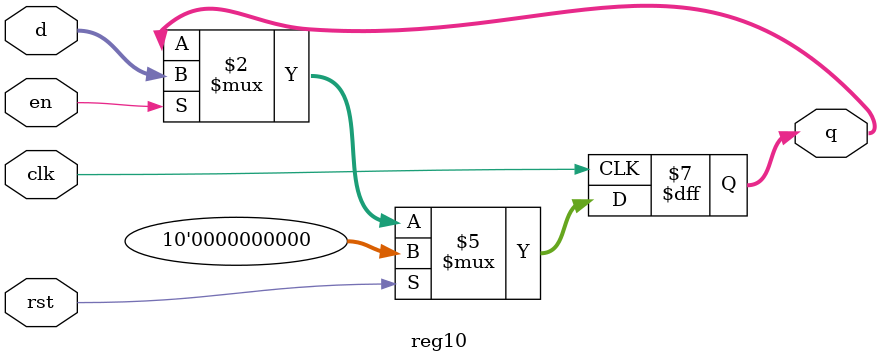
<source format=v>
`timescale 1ns / 1ps

module reg10(
    input clk,
    input rst,
	 input en,
    input [9:0] d,
    output reg [9:0] q
    );

always @(posedge clk) begin
	if(rst)
		q <= 0;
	else if(en)
		q <= d;
end

endmodule

</source>
